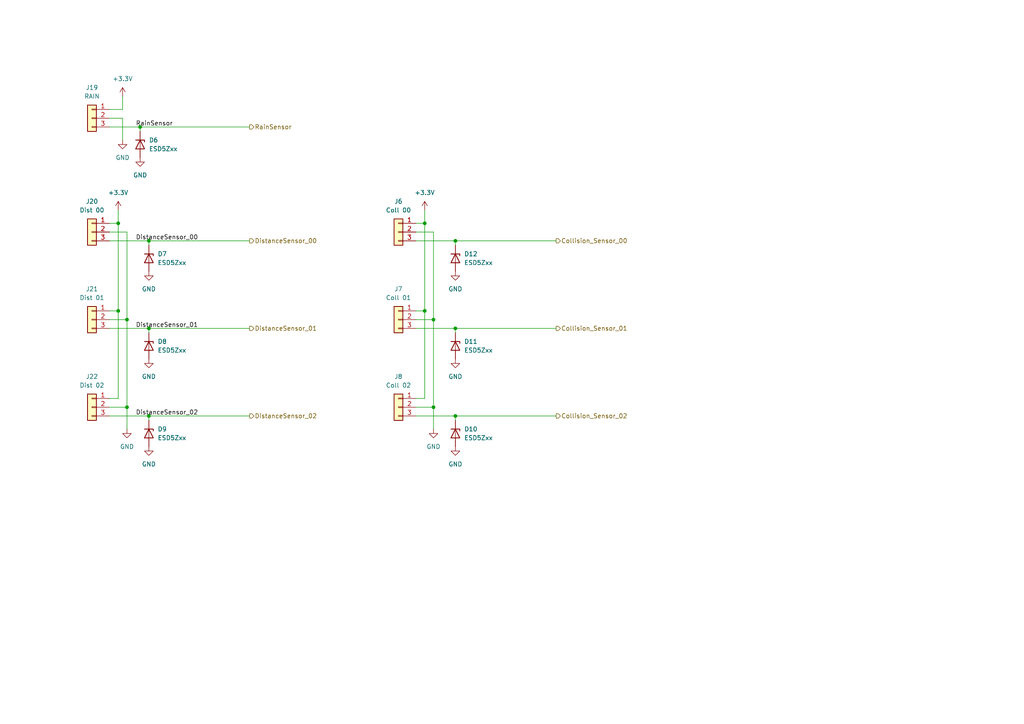
<source format=kicad_sch>
(kicad_sch (version 20231120) (generator "eeschema") (generator_version "8.0")
  (paper "A4")
  (lib_symbols
    (symbol "Connector_Generic:Conn_01x03" (pin_names (offset 1.016) hide)
      (property "Reference" "J" (at 0 5.08 0))
      (property "Value" "Conn_01x03" (at 0 -5.08 0))
      (symbol "Conn_01x03_1_1"
        (rectangle (start -1.27 -2.413) (end 0 -2.667) (stroke (width 0.1524)))
        (rectangle (start -1.27 0.127) (end 0 -0.127) (stroke (width 0.1524)))
        (rectangle (start -1.27 2.667) (end 0 2.413) (stroke (width 0.1524)))
        (rectangle (start -1.27 3.81) (end 1.27 -3.81) (stroke (width 0.254)) (fill (type background)))
        (pin passive line (at -5.08 2.54 0) (length 3.81) (name "Pin_1") (number "1"))
        (pin passive line (at -5.08 0 0) (length 3.81) (name "Pin_2") (number "2"))
        (pin passive line (at -5.08 -2.54 0) (length 3.81) (name "Pin_3") (number "3"))
      )
    )
    (symbol "Diode:ESD5Zxx" (pin_numbers hide) (pin_names hide)
      (property "Reference" "D" (at 0 2.54 0))
      (property "Value" "ESD5Zxx" (at 0 -2.54 0))
      (symbol "ESD5Zxx_0_1"
        (polyline (pts (xy 1.27 0) (xy -1.27 0)))
        (polyline (pts (xy -1.27 -1.27) (xy -1.27 1.27) (xy -0.762 1.27)) (stroke (width 0.254)))
        (polyline (pts (xy 1.27 -1.27) (xy 1.27 1.27) (xy -1.27 0) (xy 1.27 -1.27)) (stroke (width 0.254)))
      )
      (symbol "ESD5Zxx_1_1"
        (pin passive line (at -3.81 0 0) (length 2.54) (name "K") (number "1"))
        (pin passive line (at 3.81 0 180) (length 2.54) (name "A") (number "2"))
      )
    )
    (symbol "power:+3.3V" (power) (pin_names (offset 0))
      (property "Value" "+3.3V" (at 0 3.556 0))
      (symbol "+3.3V_0_1"
        (polyline (pts (xy -0.762 1.27) (xy 0 2.54)))
        (polyline (pts (xy 0 0) (xy 0 2.54)))
        (polyline (pts (xy 0 2.54) (xy 0.762 1.27)))
      )
      (symbol "+3.3V_1_1"
        (pin power_in line (at 0 0 90) (length 0) hide (name "+3.3V") (number "1"))
      )
    )
    (symbol "power:GND" (power) (pin_names (offset 0))
      (property "Value" "GND" (at 0 -3.81 0))
      (symbol "GND_0_1"
        (polyline (pts (xy 0 0) (xy 0 -1.27) (xy 1.27 -1.27) (xy 0 -2.54) (xy -1.27 -1.27) (xy 0 -1.27)))
      )
      (symbol "GND_1_1"
        (pin power_in line (at 0 0 270) (length 0) hide (name "GND") (number "1"))
      )
    )
  )
  (junction (at 43.18 69.85))
  (junction (at 34.29 64.77))
  (junction (at 43.18 120.65))
  (junction (at 125.73 118.11))
  (junction (at 43.18 95.25))
  (junction (at 132.08 95.25))
  (junction (at 125.73 92.71))
  (junction (at 123.19 90.17))
  (junction (at 34.29 90.17))
  (junction (at 40.64 36.83))
  (junction (at 36.83 118.11))
  (junction (at 132.08 120.65))
  (junction (at 123.19 64.77))
  (junction (at 132.08 69.85))
  (junction (at 36.83 92.71))
  (wire (pts (xy 120.65 115.57) (xy 123.19 115.57)))
  (wire (pts (xy 123.19 64.77) (xy 123.19 90.17)))
  (wire (pts (xy 31.75 36.83) (xy 40.64 36.83)))
  (wire (pts (xy 36.83 92.71) (xy 36.83 118.11)))
  (wire (pts (xy 43.18 69.85) (xy 43.18 71.12)))
  (wire (pts (xy 40.64 36.83) (xy 72.39 36.83)))
  (wire (pts (xy 43.18 69.85) (xy 72.39 69.85)))
  (wire (pts (xy 31.75 115.57) (xy 34.29 115.57)))
  (wire (pts (xy 132.08 120.65) (xy 132.08 121.92)))
  (wire (pts (xy 125.73 118.11) (xy 125.73 124.46)))
  (wire (pts (xy 34.29 115.57) (xy 34.29 90.17)))
  (wire (pts (xy 43.18 120.65) (xy 43.18 121.92)))
  (wire (pts (xy 132.08 95.25) (xy 132.08 96.52)))
  (wire (pts (xy 120.65 67.31) (xy 125.73 67.31)))
  (wire (pts (xy 120.65 95.25) (xy 132.08 95.25)))
  (wire (pts (xy 31.75 120.65) (xy 43.18 120.65)))
  (wire (pts (xy 31.75 92.71) (xy 36.83 92.71)))
  (wire (pts (xy 43.18 95.25) (xy 43.18 96.52)))
  (wire (pts (xy 31.75 64.77) (xy 34.29 64.77)))
  (wire (pts (xy 123.19 90.17) (xy 120.65 90.17)))
  (wire (pts (xy 31.75 67.31) (xy 36.83 67.31)))
  (wire (pts (xy 31.75 118.11) (xy 36.83 118.11)))
  (wire (pts (xy 120.65 120.65) (xy 132.08 120.65)))
  (wire (pts (xy 132.08 69.85) (xy 132.08 71.12)))
  (wire (pts (xy 34.29 90.17) (xy 31.75 90.17)))
  (wire (pts (xy 132.08 69.85) (xy 161.29 69.85)))
  (wire (pts (xy 35.56 40.64) (xy 35.56 34.29)))
  (wire (pts (xy 31.75 31.75) (xy 35.56 31.75)))
  (wire (pts (xy 132.08 95.25) (xy 161.29 95.25)))
  (wire (pts (xy 34.29 60.96) (xy 34.29 64.77)))
  (wire (pts (xy 31.75 95.25) (xy 43.18 95.25)))
  (wire (pts (xy 36.83 67.31) (xy 36.83 92.71)))
  (wire (pts (xy 43.18 120.65) (xy 72.39 120.65)))
  (wire (pts (xy 43.18 95.25) (xy 72.39 95.25)))
  (wire (pts (xy 123.19 115.57) (xy 123.19 90.17)))
  (wire (pts (xy 34.29 64.77) (xy 34.29 90.17)))
  (wire (pts (xy 35.56 31.75) (xy 35.56 27.94)))
  (wire (pts (xy 120.65 64.77) (xy 123.19 64.77)))
  (wire (pts (xy 132.08 120.65) (xy 161.29 120.65)))
  (wire (pts (xy 35.56 34.29) (xy 31.75 34.29)))
  (wire (pts (xy 120.65 92.71) (xy 125.73 92.71)))
  (wire (pts (xy 120.65 118.11) (xy 125.73 118.11)))
  (wire (pts (xy 31.75 69.85) (xy 43.18 69.85)))
  (wire (pts (xy 120.65 69.85) (xy 132.08 69.85)))
  (wire (pts (xy 36.83 118.11) (xy 36.83 124.46)))
  (wire (pts (xy 125.73 67.31) (xy 125.73 92.71)))
  (wire (pts (xy 125.73 92.71) (xy 125.73 118.11)))
  (wire (pts (xy 123.19 60.96) (xy 123.19 64.77)))
  (wire (pts (xy 40.64 36.83) (xy 40.64 38.1)))
  (label "DistanceSensor_00" (at 39.37 69.85 0))
  (label "RainSensor" (at 39.37 36.83 0))
  (label "DistanceSensor_02" (at 39.37 120.65 0))
  (label "DistanceSensor_01" (at 39.37 95.25 0))
  (hierarchical_label "Collision_Sensor_00" (shape output) (at 161.29 69.85 0))
  (hierarchical_label "Collision_Sensor_02" (shape output) (at 161.29 120.65 0))
  (hierarchical_label "RainSensor" (shape output) (at 72.39 36.83 0))
  (hierarchical_label "Collision_Sensor_01" (shape output) (at 161.29 95.25 0))
  (hierarchical_label "DistanceSensor_01" (shape output) (at 72.39 95.25 0))
  (hierarchical_label "DistanceSensor_02" (shape output) (at 72.39 120.65 0))
  (hierarchical_label "DistanceSensor_00" (shape output) (at 72.39 69.85 0))
  (symbol (lib_id "Connector_Generic:Conn_01x03") (at 115.57 118.11 0) (mirror y) (unit 1)
    (property "Reference" "J8" (at 115.57 109.22 0))
    (property "Value" "Coll 02" (at 115.57 111.76 0))
    (property "Footprint" "Connector_JST:JST_XA_B03B-XASK-1_1x03_P2.50mm_Vertical" (effects (hide yes)))
  )
  (symbol (lib_id "Diode:ESD5Zxx") (at 43.18 74.93 270) (unit 1)
    (property "Reference" "D7" (at 45.72 73.6599 90) (effects (justify left)))
    (property "Value" "ESD5Zxx" (at 45.72 76.1999 90) (effects (justify left)))
    (property "Footprint" "Diode_SMD:D_SOD-523" (effects (hide yes)))
    (property "Datasheet" "https://www.onsemi.com/pdf/datasheet/esd5z2.5t1-d.pdf" (effects (hide yes)))
    (property "Description" "ESD Protection Diode, SOD-523" (effects (hide yes)))
  )
  (symbol (lib_id "Diode:ESD5Zxx") (at 132.08 74.93 270) (unit 1)
    (property "Reference" "D12" (at 134.62 73.6599 90) (effects (justify left)))
    (property "Value" "ESD5Zxx" (at 134.62 76.1999 90) (effects (justify left)))
    (property "Footprint" "Diode_SMD:D_SOD-523" (effects (hide yes)))
    (property "Datasheet" "https://www.onsemi.com/pdf/datasheet/esd5z2.5t1-d.pdf" (effects (hide yes)))
    (property "Description" "ESD Protection Diode, SOD-523" (effects (hide yes)))
  )
  (symbol (lib_id "power:GND") (at 40.64 45.72 0) (unit 1)
    (property "Reference" "#PWR082" (effects (hide yes)))
    (property "Value" "GND" (at 40.64 50.8 0))
  )
  (symbol (lib_id "power:+3.3V") (at 123.19 60.96 0) (unit 1)
    (property "Reference" "#PWR05" (effects (hide yes)))
    (property "Value" "+3.3V" (at 123.19 55.88 0))
  )
  (symbol (lib_id "power:GND") (at 35.56 40.64 0) (unit 1)
    (property "Reference" "#PWR0147" (effects (hide yes)))
    (property "Value" "GND" (at 35.56 45.72 0))
  )
  (symbol (lib_id "power:GND") (at 132.08 129.54 0) (unit 1)
    (property "Reference" "#PWR0200" (effects (hide yes)))
    (property "Value" "GND" (at 132.08 134.62 0))
  )
  (symbol (lib_id "Connector_Generic:Conn_01x03") (at 26.67 67.31 0) (mirror y) (unit 1)
    (property "Reference" "J20" (at 26.67 58.42 0))
    (property "Value" "Dist 00" (at 26.67 60.96 0))
    (property "Footprint" "Connector_JST:JST_XA_B03B-XASK-1_1x03_P2.50mm_Vertical" (effects (hide yes)))
  )
  (symbol (lib_id "Diode:ESD5Zxx") (at 43.18 125.73 270) (unit 1)
    (property "Reference" "D9" (at 45.72 124.4599 90) (effects (justify left)))
    (property "Value" "ESD5Zxx" (at 45.72 126.9999 90) (effects (justify left)))
    (property "Footprint" "Diode_SMD:D_SOD-523" (effects (hide yes)))
    (property "Datasheet" "https://www.onsemi.com/pdf/datasheet/esd5z2.5t1-d.pdf" (effects (hide yes)))
    (property "Description" "ESD Protection Diode, SOD-523" (effects (hide yes)))
  )
  (symbol (lib_id "Diode:ESD5Zxx") (at 132.08 125.73 270) (unit 1)
    (property "Reference" "D10" (at 134.62 124.4599 90) (effects (justify left)))
    (property "Value" "ESD5Zxx" (at 134.62 126.9999 90) (effects (justify left)))
    (property "Footprint" "Diode_SMD:D_SOD-523" (effects (hide yes)))
    (property "Datasheet" "https://www.onsemi.com/pdf/datasheet/esd5z2.5t1-d.pdf" (effects (hide yes)))
    (property "Description" "ESD Protection Diode, SOD-523" (effects (hide yes)))
  )
  (symbol (lib_id "Connector_Generic:Conn_01x03") (at 26.67 92.71 0) (mirror y) (unit 1)
    (property "Reference" "J21" (at 26.67 83.82 0))
    (property "Value" "Dist 01" (at 26.67 86.36 0))
    (property "Footprint" "Connector_JST:JST_XA_B03B-XASK-1_1x03_P2.50mm_Vertical" (effects (hide yes)))
  )
  (symbol (lib_id "power:GND") (at 36.83 124.46 0) (unit 1)
    (property "Reference" "#PWR0145" (effects (hide yes)))
    (property "Value" "GND" (at 36.83 129.54 0))
  )
  (symbol (lib_id "power:GND") (at 43.18 104.14 0) (unit 1)
    (property "Reference" "#PWR0198" (effects (hide yes)))
    (property "Value" "GND" (at 43.18 109.22 0))
  )
  (symbol (lib_id "Diode:ESD5Zxx") (at 43.18 100.33 270) (unit 1)
    (property "Reference" "D8" (at 45.72 99.0599 90) (effects (justify left)))
    (property "Value" "ESD5Zxx" (at 45.72 101.5999 90) (effects (justify left)))
    (property "Footprint" "Diode_SMD:D_SOD-523" (effects (hide yes)))
    (property "Datasheet" "https://www.onsemi.com/pdf/datasheet/esd5z2.5t1-d.pdf" (effects (hide yes)))
    (property "Description" "ESD Protection Diode, SOD-523" (effects (hide yes)))
  )
  (symbol (lib_id "power:GND") (at 43.18 129.54 0) (unit 1)
    (property "Reference" "#PWR0199" (effects (hide yes)))
    (property "Value" "GND" (at 43.18 134.62 0))
  )
  (symbol (lib_id "Diode:ESD5Zxx") (at 40.64 41.91 270) (unit 1)
    (property "Reference" "D6" (at 43.18 40.6399 90) (effects (justify left)))
    (property "Value" "ESD5Zxx" (at 43.18 43.1799 90) (effects (justify left)))
    (property "Footprint" "Diode_SMD:D_SOD-523" (effects (hide yes)))
    (property "Datasheet" "https://www.onsemi.com/pdf/datasheet/esd5z2.5t1-d.pdf" (effects (hide yes)))
    (property "Description" "ESD Protection Diode, SOD-523" (effects (hide yes)))
  )
  (symbol (lib_id "Connector_Generic:Conn_01x03") (at 115.57 67.31 0) (mirror y) (unit 1)
    (property "Reference" "J6" (at 115.57 58.42 0))
    (property "Value" "Coll 00" (at 115.57 60.96 0))
    (property "Footprint" "Connector_JST:JST_XA_B03B-XASK-1_1x03_P2.50mm_Vertical" (effects (hide yes)))
  )
  (symbol (lib_id "Diode:ESD5Zxx") (at 132.08 100.33 270) (unit 1)
    (property "Reference" "D11" (at 134.62 99.0599 90) (effects (justify left)))
    (property "Value" "ESD5Zxx" (at 134.62 101.5999 90) (effects (justify left)))
    (property "Footprint" "Diode_SMD:D_SOD-523" (effects (hide yes)))
    (property "Datasheet" "https://www.onsemi.com/pdf/datasheet/esd5z2.5t1-d.pdf" (effects (hide yes)))
    (property "Description" "ESD Protection Diode, SOD-523" (effects (hide yes)))
  )
  (symbol (lib_id "Connector_Generic:Conn_01x03") (at 26.67 34.29 0) (mirror y) (unit 1)
    (property "Reference" "J19" (at 26.67 25.4 0))
    (property "Value" "RAIN" (at 26.67 27.94 0))
    (property "Footprint" "Connector_JST:JST_XA_B03B-XASK-1_1x03_P2.50mm_Vertical" (effects (hide yes)))
  )
  (symbol (lib_id "Connector_Generic:Conn_01x03") (at 115.57 92.71 0) (mirror y) (unit 1)
    (property "Reference" "J7" (at 115.57 83.82 0))
    (property "Value" "Coll 01" (at 115.57 86.36 0))
    (property "Footprint" "Connector_JST:JST_XA_B03B-XASK-1_1x03_P2.50mm_Vertical" (effects (hide yes)))
  )
  (symbol (lib_id "power:GND") (at 43.18 78.74 0) (unit 1)
    (property "Reference" "#PWR084" (effects (hide yes)))
    (property "Value" "GND" (at 43.18 83.82 0))
  )
  (symbol (lib_id "power:+3.3V") (at 35.56 27.94 0) (unit 1)
    (property "Reference" "#PWR0136" (effects (hide yes)))
    (property "Value" "+3.3V" (at 35.56 22.86 0))
  )
  (symbol (lib_id "power:GND") (at 132.08 78.74 0) (unit 1)
    (property "Reference" "#PWR0202" (effects (hide yes)))
    (property "Value" "GND" (at 132.08 83.82 0))
  )
  (symbol (lib_id "Connector_Generic:Conn_01x03") (at 26.67 118.11 0) (mirror y) (unit 1)
    (property "Reference" "J22" (at 26.67 109.22 0))
    (property "Value" "Dist 02" (at 26.67 111.76 0))
    (property "Footprint" "Connector_JST:JST_XA_B03B-XASK-1_1x03_P2.50mm_Vertical" (effects (hide yes)))
  )
  (symbol (lib_id "power:+3.3V") (at 34.29 60.96 0) (unit 1)
    (property "Reference" "#PWR0146" (effects (hide yes)))
    (property "Value" "+3.3V" (at 34.29 55.88 0))
  )
  (symbol (lib_id "power:GND") (at 132.08 104.14 0) (unit 1)
    (property "Reference" "#PWR0201" (effects (hide yes)))
    (property "Value" "GND" (at 132.08 109.22 0))
  )
  (symbol (lib_id "power:GND") (at 125.73 124.46 0) (unit 1)
    (property "Reference" "#PWR06" (effects (hide yes)))
    (property "Value" "GND" (at 125.73 129.54 0))
  )
)
</source>
